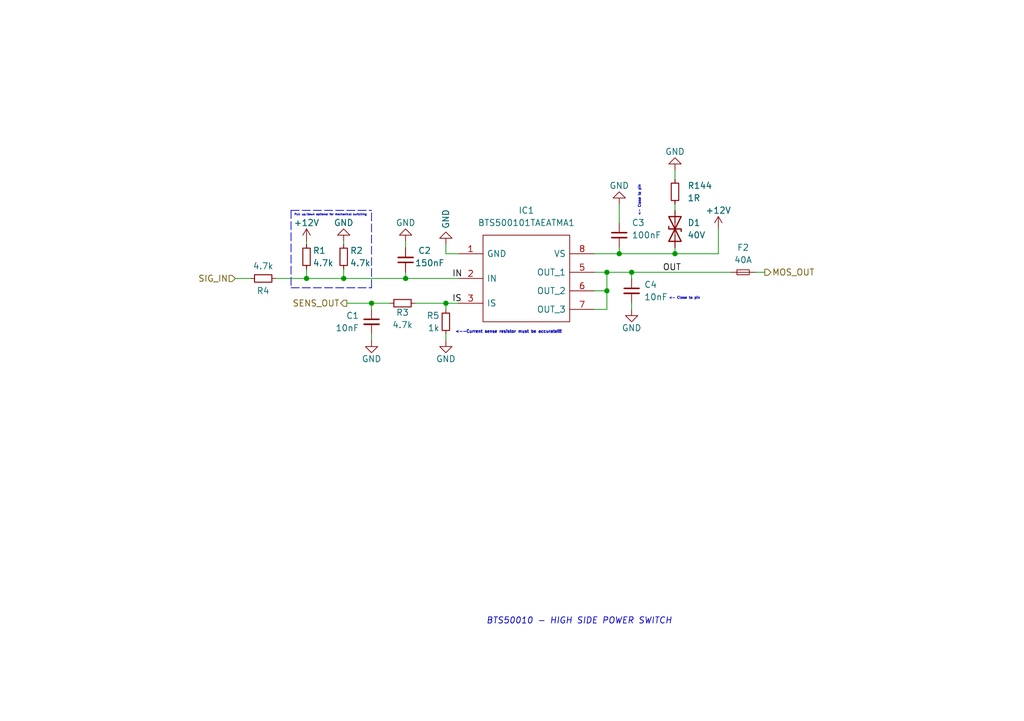
<source format=kicad_sch>
(kicad_sch (version 20211123) (generator eeschema)
  (paper "A5")
  (lib_symbols
    (symbol "Device:C_Small" (pin_numbers hide) (pin_names (offset 0.254) hide)
      (property "Reference" "C" (at 0.254 1.778 0))
      (property "Value" "C_Small" (at 0.254 -2.032 0))
      (symbol "C_Small_0_1"
        (polyline (pts (xy -1.524 -0.508) (xy 1.524 -0.508)) (stroke (width 0.3302)))
        (polyline (pts (xy -1.524 0.508) (xy 1.524 0.508)) (stroke (width 0.3048)))
      )
      (symbol "C_Small_1_1"
        (pin passive line (at 0 2.54 270) (length 2.032) (name "~") (number "1"))
        (pin passive line (at 0 -2.54 90) (length 2.032) (name "~") (number "2"))
      )
    )
    (symbol "Device:D_TVS" (pin_numbers hide) (pin_names (offset 1.016) hide)
      (property "Reference" "D" (at 0 2.54 0))
      (property "Value" "D_TVS" (at 0 -2.54 0))
      (symbol "D_TVS_0_1"
        (polyline (pts (xy 1.27 0) (xy -1.27 0)))
        (polyline (pts (xy 0.508 1.27) (xy 0 1.27) (xy 0 -1.27) (xy -0.508 -1.27)) (stroke (width 0.254)))
        (polyline (pts (xy -2.54 1.27) (xy -2.54 -1.27) (xy 2.54 1.27) (xy 2.54 -1.27) (xy -2.54 1.27)) (stroke (width 0.254)))
      )
      (symbol "D_TVS_1_1"
        (pin passive line (at -3.81 0 0) (length 2.54) (name "A1") (number "1"))
        (pin passive line (at 3.81 0 180) (length 2.54) (name "A2") (number "2"))
      )
    )
    (symbol "Device:Fuse_Small" (pin_numbers hide) (pin_names (offset 0.254) hide)
      (property "Reference" "F" (at 0 -1.524 0))
      (property "Value" "Fuse_Small" (at 0 1.524 0))
      (symbol "Fuse_Small_0_1"
        (rectangle (start -1.27 0.508) (end 1.27 -0.508))
        (polyline (pts (xy -1.27 0) (xy 1.27 0)))
      )
      (symbol "Fuse_Small_1_1"
        (pin passive line (at -2.54 0 0) (length 1.27) (name "~") (number "1"))
        (pin passive line (at 2.54 0 180) (length 1.27) (name "~") (number "2"))
      )
    )
    (symbol "Device:R_Small" (pin_numbers hide) (pin_names (offset 0.254) hide)
      (property "Reference" "R" (at 0.762 0.508 0))
      (property "Value" "R_Small" (at 0.762 -1.016 0))
      (symbol "R_Small_0_1"
        (rectangle (start -0.762 1.778) (end 0.762 -1.778) (stroke (width 0.2032)))
      )
      (symbol "R_Small_1_1"
        (pin passive line (at 0 2.54 270) (length 0.762) (name "~") (number "1"))
        (pin passive line (at 0 -2.54 90) (length 0.762) (name "~") (number "2"))
      )
    )
    (symbol "pdms_additional:BTS500101TAEATMA1" (pin_names (offset 0.762))
      (property "Reference" "IC" (at 25.4 12.7 0))
      (property "Value" "BTS500101TAEATMA1" (at 25.4 10.16 0))
      (symbol "BTS500101TAEATMA1_0_0"
        (pin passive line (at 0 -1.27 0) (length 5.08) (name "GND") (number "1"))
        (pin passive line (at 0 -6.35 0) (length 5.08) (name "IN") (number "2"))
        (pin passive line (at 0 -11.43 0) (length 5.08) (name "IS") (number "3"))
        (pin passive line (at 27.94 -5.08 180) (length 5.08) (name "OUT_1") (number "5"))
        (pin passive line (at 27.94 -8.89 180) (length 5.08) (name "OUT_2") (number "6"))
        (pin passive line (at 27.94 -12.7 180) (length 5.08) (name "OUT_3") (number "7"))
        (pin passive line (at 27.94 -1.27 180) (length 5.08) (name "VS") (number "8"))
      )
      (symbol "BTS500101TAEATMA1_0_1"
        (polyline (pts (xy 5.08 2.54) (xy 22.86 2.54) (xy 22.86 -15.24) (xy 5.08 -15.24) (xy 5.08 2.54)) (stroke (width 0.1524)))
      )
    )
    (symbol "power:+12V" (power) (pin_names (offset 0))
      (property "Value" "+12V" (at 0 3.556 0))
      (symbol "+12V_0_1"
        (polyline (pts (xy -0.762 1.27) (xy 0 2.54)))
        (polyline (pts (xy 0 0) (xy 0 2.54)))
        (polyline (pts (xy 0 2.54) (xy 0.762 1.27)))
      )
      (symbol "+12V_1_1"
        (pin power_in line (at 0 0 90) (length 0) hide (name "+12V") (number "1"))
      )
    )
    (symbol "power:GND" (power) (pin_names (offset 0))
      (property "Value" "GND" (at 0 -3.81 0))
      (symbol "GND_0_1"
        (polyline (pts (xy 0 0) (xy 0 -1.27) (xy 1.27 -1.27) (xy 0 -2.54) (xy -1.27 -1.27) (xy 0 -1.27)))
      )
      (symbol "GND_1_1"
        (pin power_in line (at 0 0 270) (length 0) hide (name "GND") (number "1"))
      )
    )
  )
  (junction (at 129.54 55.88))
  (junction (at 124.46 59.69))
  (junction (at 83.185 57.15))
  (junction (at 70.485 57.15))
  (junction (at 91.44 62.23))
  (junction (at 124.46 55.88))
  (junction (at 138.43 52.07))
  (junction (at 127 52.07))
  (junction (at 76.2 62.23))
  (junction (at 62.865 57.15))
  (wire (pts (xy 124.46 63.5) (xy 124.46 59.69)))
  (wire (pts (xy 80.01 62.23) (xy 76.2 62.23)))
  (polyline (pts (xy 59.69 43.18) (xy 59.69 59.055)))
  (wire (pts (xy 138.43 34.925) (xy 138.43 36.83)))
  (wire (pts (xy 93.98 52.07) (xy 91.44 52.07)))
  (wire (pts (xy 48.26 57.15) (xy 51.435 57.15)))
  (wire (pts (xy 56.515 57.15) (xy 62.865 57.15)))
  (wire (pts (xy 83.185 57.15) (xy 93.98 57.15)))
  (polyline (pts (xy 76.2 59.055) (xy 76.2 43.18)))
  (wire (pts (xy 129.54 55.88) (xy 129.54 57.15)))
  (wire (pts (xy 93.98 62.23) (xy 91.44 62.23)))
  (wire (pts (xy 70.485 55.245) (xy 70.485 57.15)))
  (wire (pts (xy 129.54 62.23) (xy 129.54 63.5)))
  (wire (pts (xy 121.92 63.5) (xy 124.46 63.5)))
  (wire (pts (xy 91.44 68.58) (xy 91.44 69.85)))
  (wire (pts (xy 124.46 59.69) (xy 124.46 55.88)))
  (wire (pts (xy 76.2 62.23) (xy 76.2 63.5)))
  (wire (pts (xy 121.92 52.07) (xy 127 52.07)))
  (wire (pts (xy 91.44 62.23) (xy 91.44 63.5)))
  (wire (pts (xy 154.94 55.88) (xy 156.845 55.88)))
  (wire (pts (xy 127 52.07) (xy 138.43 52.07)))
  (wire (pts (xy 76.2 68.58) (xy 76.2 69.85)))
  (wire (pts (xy 124.46 55.88) (xy 129.54 55.88)))
  (wire (pts (xy 121.92 59.69) (xy 124.46 59.69)))
  (wire (pts (xy 70.485 49.53) (xy 70.485 50.165)))
  (wire (pts (xy 129.54 55.88) (xy 149.86 55.88)))
  (wire (pts (xy 127 41.91) (xy 127 45.72)))
  (wire (pts (xy 138.43 50.8) (xy 138.43 52.07)))
  (wire (pts (xy 62.865 49.53) (xy 62.865 50.165)))
  (polyline (pts (xy 59.69 59.055) (xy 76.2 59.055)))
  (wire (pts (xy 83.185 57.15) (xy 83.185 55.88)))
  (wire (pts (xy 76.2 62.23) (xy 71.12 62.23)))
  (wire (pts (xy 70.485 57.15) (xy 83.185 57.15)))
  (wire (pts (xy 91.44 62.23) (xy 85.09 62.23)))
  (wire (pts (xy 83.185 49.53) (xy 83.185 50.8)))
  (wire (pts (xy 127 50.8) (xy 127 52.07)))
  (wire (pts (xy 138.43 52.07) (xy 147.32 52.07)))
  (wire (pts (xy 62.865 57.15) (xy 70.485 57.15)))
  (wire (pts (xy 91.44 50.165) (xy 91.44 52.07)))
  (wire (pts (xy 62.865 55.245) (xy 62.865 57.15)))
  (polyline (pts (xy 59.69 43.18) (xy 76.2 43.18)))
  (wire (pts (xy 124.46 55.88) (xy 121.92 55.88)))
  (wire (pts (xy 138.43 41.91) (xy 138.43 43.18)))
  (wire (pts (xy 147.32 52.07) (xy 147.32 46.99)))
  (text "<- Close to pin" (at 131.445 44.45 90) (effects (font (size 0.5 0.5)) (justify left bottom)))
  (text "BTS50010 - HIGH SIDE POWER SWITCH\n" (at 99.695 128.27 0) (effects (font (size 1.27 1.27) italic) (justify left bottom)))
  (text "<--Current sense resistor must be accurate!!!" (at 93.345 68.58 0) (effects (font (size 0.6 0.6)) (justify left bottom)))
  (text "Pull up/down optional for mechanical switching" (at 60.325 44.45 0) (effects (font (size 0.4 0.4)) (justify left bottom)))
  (text "<- Close to pin" (at 137.16 61.595 0) (effects (font (size 0.5 0.5)) (justify left bottom)))
  (label "IS" (at 92.71 62.23 0))
  (label "IN" (at 92.71 57.15 0))
  (label "OUT" (at 135.89 55.88 0))
  (hierarchical_label "MOS_OUT" (shape output) (at 156.845 55.88 0))
  (hierarchical_label "SIG_IN" (shape input) (at 48.26 57.15 180))
  (hierarchical_label "SENS_OUT" (shape output) (at 71.12 62.23 180))
  (symbol (lib_id "Device:R_Small") (at 70.485 52.705 0) (unit 1)
    (property "Reference" "R2" (at 71.755 51.435 0) (effects (justify left)))
    (property "Value" "4.7k" (at 71.755 53.975 0) (effects (justify left)))
    (property "Footprint" "Resistor_SMD:R_0402_1005Metric" (effects hide))
  )
  (symbol (lib_id "pdms_additional:BTS500101TAEATMA1") (at 93.98 50.8 0) (unit 1)
    (property "Reference" "IC1" (at 107.95 43.18 0))
    (property "Value" "BTS500101TAEATMA1" (at 107.95 45.72 0))
    (property "Footprint" "PDMS_Additional:PG-TO263-7-3_3" (effects hide))
    (property "Datasheet" "https://www.infineon.com/dgdl/Infineon-BTS50010-1TAE-DS-v01_00-EN.pdf?fileId=5546d46264a8de7e0164b1f26319144f" (effects hide))
    (property "Description" "Power Switch ICs - Power Distribution" (effects hide))
    (property "Manufacturer_Name" "Infineon" (effects hide))
    (property "Manufacturer_Part_Number" "BTS500101TAEATMA1" (effects hide))
    (property "Mouser Part Number" "726-BTS500101TAEATMA" (effects hide))
    (property "Mouser Price/Stock" "https://www.mouser.co.uk/ProductDetail/Infineon-Technologies/BTS500101TAEATMA1?qs=qSfuJ%252Bfl%2Fd4tWJt8ovqZFg%3D%3D" (effects hide))
    (property "Arrow Part Number" "BTS500101TAEATMA1" (effects hide))
    (property "Arrow Price/Stock" "https://www.arrow.com/en/products/bts500101taeatma1/infineon-technologies-ag" (effects hide))
  )
  (symbol (lib_id "power:GND") (at 91.44 69.85 0) (mirror y) (unit 1)
    (property "Reference" "#PWR0108" (effects hide))
    (property "Value" "GND" (at 91.44 73.66 0))
  )
  (symbol (lib_id "power:+12V") (at 147.32 46.99 0) (unit 1)
    (property "Reference" "#PWR0101" (effects hide))
    (property "Value" "+12V" (at 147.32 43.18 0))
  )
  (symbol (lib_id "Device:R_Small") (at 82.55 62.23 270) (mirror x) (unit 1)
    (property "Reference" "R3" (at 82.55 64.135 90))
    (property "Value" "4.7k" (at 82.55 66.675 90))
    (property "Footprint" "Resistor_SMD:R_0402_1005Metric" (effects hide))
  )
  (symbol (lib_id "power:GND") (at 138.43 34.925 180) (unit 1)
    (property "Reference" "#PWR0103" (effects hide))
    (property "Value" "GND" (at 138.43 31.115 0))
  )
  (symbol (lib_id "Device:D_TVS") (at 138.43 46.99 90) (unit 1)
    (property "Reference" "D1" (at 140.97 45.7199 90) (effects (justify right)))
    (property "Value" "40V" (at 140.97 48.2599 90) (effects (justify right)))
    (property "Footprint" "Diode_SMD:D_SMA" (effects hide))
  )
  (symbol (lib_id "Device:C_Small") (at 129.54 59.69 0) (unit 1)
    (property "Reference" "C4" (at 132.08 58.4262 0) (effects (justify left)))
    (property "Value" "10nF" (at 132.08 60.9662 0) (effects (justify left)))
    (property "Footprint" "Capacitor_SMD:C_0805_2012Metric" (effects hide))
  )
  (symbol (lib_id "power:GND") (at 70.485 49.53 180) (unit 1)
    (property "Reference" "#PWR0110" (effects hide))
    (property "Value" "GND" (at 70.485 45.72 0))
  )
  (symbol (lib_id "power:GND") (at 76.2 69.85 0) (mirror y) (unit 1)
    (property "Reference" "#PWR0105" (effects hide))
    (property "Value" "GND" (at 76.2 73.66 0))
  )
  (symbol (lib_id "Device:R_Small") (at 62.865 52.705 0) (unit 1)
    (property "Reference" "R1" (at 64.135 51.435 0) (effects (justify left)))
    (property "Value" "4.7k" (at 64.135 53.975 0) (effects (justify left)))
    (property "Footprint" "Resistor_SMD:R_0402_1005Metric" (effects hide))
  )
  (symbol (lib_id "Device:R_Small") (at 91.44 66.04 0) (mirror y) (unit 1)
    (property "Reference" "R5" (at 90.17 64.77 0) (effects (justify left)))
    (property "Value" "1k" (at 90.17 67.31 0) (effects (justify left)))
    (property "Footprint" "Resistor_SMD:R_0402_1005Metric" (effects hide))
  )
  (symbol (lib_id "Device:Fuse_Small") (at 152.4 55.88 0) (unit 1)
    (property "Reference" "F2" (at 152.4 50.8 0))
    (property "Value" "40A" (at 152.4 53.34 0))
    (property "Footprint" "PDMS_Additional:0ACA9400TE" (effects hide))
  )
  (symbol (lib_id "power:GND") (at 127 41.91 180) (unit 1)
    (property "Reference" "#PWR0104" (effects hide))
    (property "Value" "GND" (at 127 38.1 0))
  )
  (symbol (lib_id "Device:C_Small") (at 83.185 53.34 180) (unit 1)
    (property "Reference" "C2" (at 85.725 51.435 0) (effects (justify right)))
    (property "Value" "150nF" (at 85.09 53.975 0) (effects (justify right)))
    (property "Footprint" "Capacitor_SMD:C_0402_1005Metric" (effects hide))
  )
  (symbol (lib_id "Device:C_Small") (at 76.2 66.04 0) (mirror y) (unit 1)
    (property "Reference" "C1" (at 73.66 64.7762 0) (effects (justify left)))
    (property "Value" "10nF" (at 73.66 67.3162 0) (effects (justify left)))
    (property "Footprint" "Capacitor_SMD:C_0402_1005Metric" (effects hide))
  )
  (symbol (lib_id "Device:C_Small") (at 127 48.26 0) (unit 1)
    (property "Reference" "C3" (at 129.54 45.72 0) (effects (justify left)))
    (property "Value" "100nF" (at 129.54 48.26 0) (effects (justify left)))
    (property "Footprint" "Capacitor_SMD:C_0805_2012Metric" (effects hide))
  )
  (symbol (lib_id "power:GND") (at 83.185 49.53 180) (unit 1)
    (property "Reference" "#PWR0106" (effects hide))
    (property "Value" "GND" (at 83.185 45.72 0))
  )
  (symbol (lib_id "Device:R_Small") (at 53.975 57.15 90) (unit 1)
    (property "Reference" "R4" (at 53.975 59.69 90))
    (property "Value" "4.7k" (at 53.975 54.61 90))
    (property "Footprint" "Resistor_SMD:R_0402_1005Metric" (effects hide))
  )
  (symbol (lib_id "power:+12V") (at 62.865 49.53 0) (unit 1)
    (property "Reference" "#PWR0109" (effects hide))
    (property "Value" "+12V" (at 62.865 45.72 0))
  )
  (symbol (lib_id "power:GND") (at 91.44 50.165 180) (unit 1)
    (property "Reference" "#PWR0107" (effects hide))
    (property "Value" "GND" (at 91.44 46.99 90) (effects (justify right)))
  )
  (symbol (lib_id "power:GND") (at 129.54 63.5 0) (unit 1)
    (property "Reference" "#PWR0102" (effects hide))
    (property "Value" "GND" (at 129.54 67.31 0))
  )
  (symbol (lib_id "Device:R_Small") (at 138.43 39.37 0) (unit 1)
    (property "Reference" "R144" (at 140.97 38.0999 0) (effects (justify left)))
    (property "Value" "1R" (at 140.97 40.6399 0) (effects (justify left)))
    (property "Footprint" "Resistor_SMD:R_0805_2012Metric" (effects hide))
  )
)
</source>
